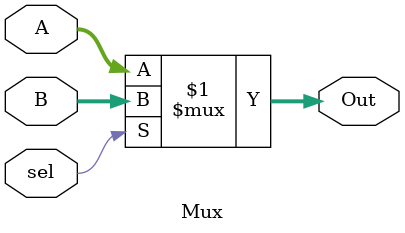
<source format=v>
module Mux(sel, A, B, Out);

    parameter WIDTH = 64;
    input sel;
    input [WIDTH-1:0] A, B;
    output [WIDTH-1:0] Out;

    assign Out = (sel) ? B : A;
endmodule
</source>
